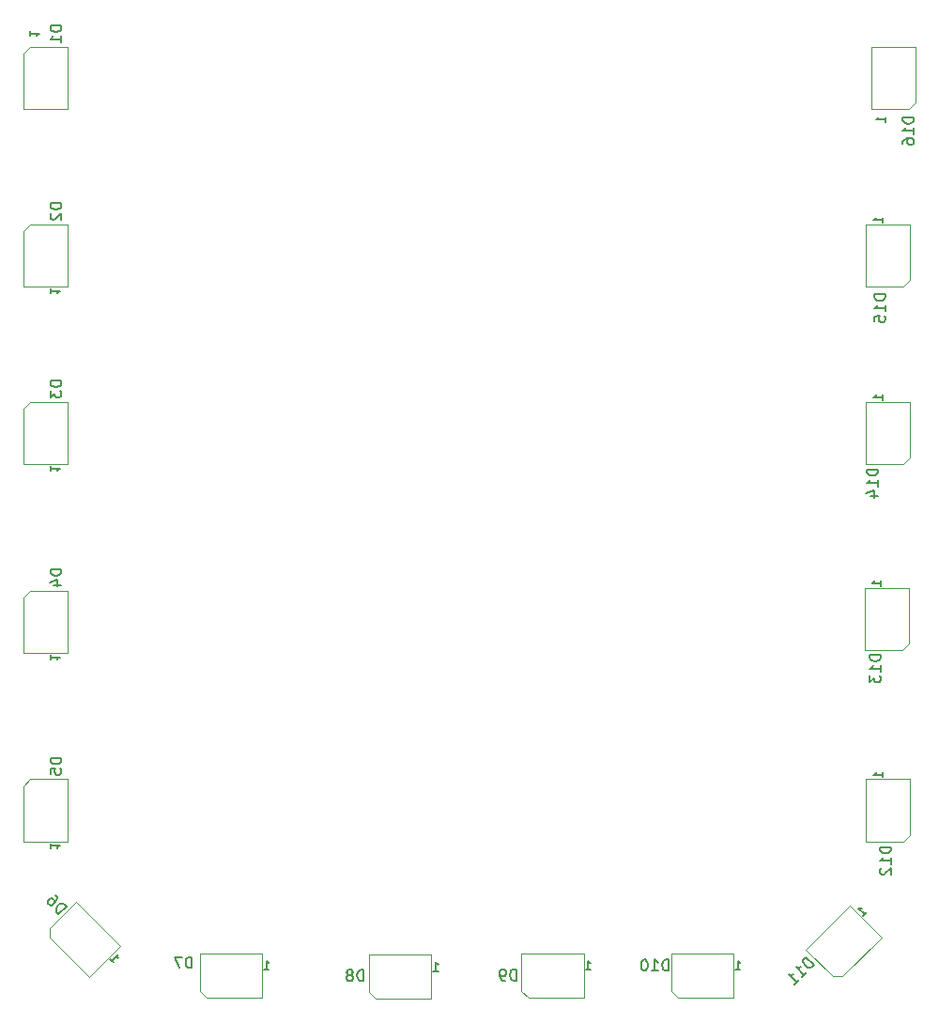
<source format=gbr>
%TF.GenerationSoftware,KiCad,Pcbnew,9.0.5*%
%TF.CreationDate,2025-11-29T17:42:32-06:00*%
%TF.ProjectId,KPad,4b506164-2e6b-4696-9361-645f70636258,rev?*%
%TF.SameCoordinates,Original*%
%TF.FileFunction,Legend,Bot*%
%TF.FilePolarity,Positive*%
%FSLAX46Y46*%
G04 Gerber Fmt 4.6, Leading zero omitted, Abs format (unit mm)*
G04 Created by KiCad (PCBNEW 9.0.5) date 2025-11-29 17:42:32*
%MOMM*%
%LPD*%
G01*
G04 APERTURE LIST*
%ADD10C,0.150000*%
%ADD11C,0.120000*%
G04 APERTURE END LIST*
D10*
X104488094Y-113329819D02*
X104488094Y-112329819D01*
X104488094Y-112329819D02*
X104249999Y-112329819D01*
X104249999Y-112329819D02*
X104107142Y-112377438D01*
X104107142Y-112377438D02*
X104011904Y-112472676D01*
X104011904Y-112472676D02*
X103964285Y-112567914D01*
X103964285Y-112567914D02*
X103916666Y-112758390D01*
X103916666Y-112758390D02*
X103916666Y-112901247D01*
X103916666Y-112901247D02*
X103964285Y-113091723D01*
X103964285Y-113091723D02*
X104011904Y-113186961D01*
X104011904Y-113186961D02*
X104107142Y-113282200D01*
X104107142Y-113282200D02*
X104249999Y-113329819D01*
X104249999Y-113329819D02*
X104488094Y-113329819D01*
X103440475Y-113329819D02*
X103249999Y-113329819D01*
X103249999Y-113329819D02*
X103154761Y-113282200D01*
X103154761Y-113282200D02*
X103107142Y-113234580D01*
X103107142Y-113234580D02*
X103011904Y-113091723D01*
X103011904Y-113091723D02*
X102964285Y-112901247D01*
X102964285Y-112901247D02*
X102964285Y-112520295D01*
X102964285Y-112520295D02*
X103011904Y-112425057D01*
X103011904Y-112425057D02*
X103059523Y-112377438D01*
X103059523Y-112377438D02*
X103154761Y-112329819D01*
X103154761Y-112329819D02*
X103345237Y-112329819D01*
X103345237Y-112329819D02*
X103440475Y-112377438D01*
X103440475Y-112377438D02*
X103488094Y-112425057D01*
X103488094Y-112425057D02*
X103535713Y-112520295D01*
X103535713Y-112520295D02*
X103535713Y-112758390D01*
X103535713Y-112758390D02*
X103488094Y-112853628D01*
X103488094Y-112853628D02*
X103440475Y-112901247D01*
X103440475Y-112901247D02*
X103345237Y-112948866D01*
X103345237Y-112948866D02*
X103154761Y-112948866D01*
X103154761Y-112948866D02*
X103059523Y-112901247D01*
X103059523Y-112901247D02*
X103011904Y-112853628D01*
X103011904Y-112853628D02*
X102964285Y-112758390D01*
X110721428Y-112362295D02*
X111178571Y-112362295D01*
X110949999Y-112362295D02*
X110949999Y-111562295D01*
X110949999Y-111562295D02*
X111026190Y-111676580D01*
X111026190Y-111676580D02*
X111102380Y-111752771D01*
X111102380Y-111752771D02*
X111178571Y-111790866D01*
X63454819Y-76261905D02*
X62454819Y-76261905D01*
X62454819Y-76261905D02*
X62454819Y-76500000D01*
X62454819Y-76500000D02*
X62502438Y-76642857D01*
X62502438Y-76642857D02*
X62597676Y-76738095D01*
X62597676Y-76738095D02*
X62692914Y-76785714D01*
X62692914Y-76785714D02*
X62883390Y-76833333D01*
X62883390Y-76833333D02*
X63026247Y-76833333D01*
X63026247Y-76833333D02*
X63216723Y-76785714D01*
X63216723Y-76785714D02*
X63311961Y-76738095D01*
X63311961Y-76738095D02*
X63407200Y-76642857D01*
X63407200Y-76642857D02*
X63454819Y-76500000D01*
X63454819Y-76500000D02*
X63454819Y-76261905D01*
X62788152Y-77690476D02*
X63454819Y-77690476D01*
X62407200Y-77452381D02*
X63121485Y-77214286D01*
X63121485Y-77214286D02*
X63121485Y-77833333D01*
X62512704Y-83971428D02*
X62512704Y-84428571D01*
X62512704Y-84199999D02*
X63312704Y-84199999D01*
X63312704Y-84199999D02*
X63198419Y-84276190D01*
X63198419Y-84276190D02*
X63122228Y-84352380D01*
X63122228Y-84352380D02*
X63084133Y-84428571D01*
X137767319Y-51510714D02*
X136767319Y-51510714D01*
X136767319Y-51510714D02*
X136767319Y-51748809D01*
X136767319Y-51748809D02*
X136814938Y-51891666D01*
X136814938Y-51891666D02*
X136910176Y-51986904D01*
X136910176Y-51986904D02*
X137005414Y-52034523D01*
X137005414Y-52034523D02*
X137195890Y-52082142D01*
X137195890Y-52082142D02*
X137338747Y-52082142D01*
X137338747Y-52082142D02*
X137529223Y-52034523D01*
X137529223Y-52034523D02*
X137624461Y-51986904D01*
X137624461Y-51986904D02*
X137719700Y-51891666D01*
X137719700Y-51891666D02*
X137767319Y-51748809D01*
X137767319Y-51748809D02*
X137767319Y-51510714D01*
X137767319Y-53034523D02*
X137767319Y-52463095D01*
X137767319Y-52748809D02*
X136767319Y-52748809D01*
X136767319Y-52748809D02*
X136910176Y-52653571D01*
X136910176Y-52653571D02*
X137005414Y-52558333D01*
X137005414Y-52558333D02*
X137053033Y-52463095D01*
X136767319Y-53939285D02*
X136767319Y-53463095D01*
X136767319Y-53463095D02*
X137243509Y-53415476D01*
X137243509Y-53415476D02*
X137195890Y-53463095D01*
X137195890Y-53463095D02*
X137148271Y-53558333D01*
X137148271Y-53558333D02*
X137148271Y-53796428D01*
X137148271Y-53796428D02*
X137195890Y-53891666D01*
X137195890Y-53891666D02*
X137243509Y-53939285D01*
X137243509Y-53939285D02*
X137338747Y-53986904D01*
X137338747Y-53986904D02*
X137576842Y-53986904D01*
X137576842Y-53986904D02*
X137672080Y-53939285D01*
X137672080Y-53939285D02*
X137719700Y-53891666D01*
X137719700Y-53891666D02*
X137767319Y-53796428D01*
X137767319Y-53796428D02*
X137767319Y-53558333D01*
X137767319Y-53558333D02*
X137719700Y-53463095D01*
X137719700Y-53463095D02*
X137672080Y-53415476D01*
X137487295Y-45028571D02*
X137487295Y-44571428D01*
X137487295Y-44800000D02*
X136687295Y-44800000D01*
X136687295Y-44800000D02*
X136801580Y-44723809D01*
X136801580Y-44723809D02*
X136877771Y-44647619D01*
X136877771Y-44647619D02*
X136915866Y-44571428D01*
X75238094Y-112204819D02*
X75238094Y-111204819D01*
X75238094Y-111204819D02*
X74999999Y-111204819D01*
X74999999Y-111204819D02*
X74857142Y-111252438D01*
X74857142Y-111252438D02*
X74761904Y-111347676D01*
X74761904Y-111347676D02*
X74714285Y-111442914D01*
X74714285Y-111442914D02*
X74666666Y-111633390D01*
X74666666Y-111633390D02*
X74666666Y-111776247D01*
X74666666Y-111776247D02*
X74714285Y-111966723D01*
X74714285Y-111966723D02*
X74761904Y-112061961D01*
X74761904Y-112061961D02*
X74857142Y-112157200D01*
X74857142Y-112157200D02*
X74999999Y-112204819D01*
X74999999Y-112204819D02*
X75238094Y-112204819D01*
X74333332Y-111204819D02*
X73666666Y-111204819D01*
X73666666Y-111204819D02*
X74095237Y-112204819D01*
X81721428Y-112362295D02*
X82178571Y-112362295D01*
X81949999Y-112362295D02*
X81949999Y-111562295D01*
X81949999Y-111562295D02*
X82026190Y-111676580D01*
X82026190Y-111676580D02*
X82102380Y-111752771D01*
X82102380Y-111752771D02*
X82178571Y-111790866D01*
X138267319Y-101316964D02*
X137267319Y-101316964D01*
X137267319Y-101316964D02*
X137267319Y-101555059D01*
X137267319Y-101555059D02*
X137314938Y-101697916D01*
X137314938Y-101697916D02*
X137410176Y-101793154D01*
X137410176Y-101793154D02*
X137505414Y-101840773D01*
X137505414Y-101840773D02*
X137695890Y-101888392D01*
X137695890Y-101888392D02*
X137838747Y-101888392D01*
X137838747Y-101888392D02*
X138029223Y-101840773D01*
X138029223Y-101840773D02*
X138124461Y-101793154D01*
X138124461Y-101793154D02*
X138219700Y-101697916D01*
X138219700Y-101697916D02*
X138267319Y-101555059D01*
X138267319Y-101555059D02*
X138267319Y-101316964D01*
X138267319Y-102840773D02*
X138267319Y-102269345D01*
X138267319Y-102555059D02*
X137267319Y-102555059D01*
X137267319Y-102555059D02*
X137410176Y-102459821D01*
X137410176Y-102459821D02*
X137505414Y-102364583D01*
X137505414Y-102364583D02*
X137553033Y-102269345D01*
X137362557Y-103221726D02*
X137314938Y-103269345D01*
X137314938Y-103269345D02*
X137267319Y-103364583D01*
X137267319Y-103364583D02*
X137267319Y-103602678D01*
X137267319Y-103602678D02*
X137314938Y-103697916D01*
X137314938Y-103697916D02*
X137362557Y-103745535D01*
X137362557Y-103745535D02*
X137457795Y-103793154D01*
X137457795Y-103793154D02*
X137553033Y-103793154D01*
X137553033Y-103793154D02*
X137695890Y-103745535D01*
X137695890Y-103745535D02*
X138267319Y-103174107D01*
X138267319Y-103174107D02*
X138267319Y-103793154D01*
X137487295Y-95028571D02*
X137487295Y-94571428D01*
X137487295Y-94800000D02*
X136687295Y-94800000D01*
X136687295Y-94800000D02*
X136801580Y-94723809D01*
X136801580Y-94723809D02*
X136877771Y-94647619D01*
X136877771Y-94647619D02*
X136915866Y-94571428D01*
X63454819Y-43261905D02*
X62454819Y-43261905D01*
X62454819Y-43261905D02*
X62454819Y-43500000D01*
X62454819Y-43500000D02*
X62502438Y-43642857D01*
X62502438Y-43642857D02*
X62597676Y-43738095D01*
X62597676Y-43738095D02*
X62692914Y-43785714D01*
X62692914Y-43785714D02*
X62883390Y-43833333D01*
X62883390Y-43833333D02*
X63026247Y-43833333D01*
X63026247Y-43833333D02*
X63216723Y-43785714D01*
X63216723Y-43785714D02*
X63311961Y-43738095D01*
X63311961Y-43738095D02*
X63407200Y-43642857D01*
X63407200Y-43642857D02*
X63454819Y-43500000D01*
X63454819Y-43500000D02*
X63454819Y-43261905D01*
X62550057Y-44214286D02*
X62502438Y-44261905D01*
X62502438Y-44261905D02*
X62454819Y-44357143D01*
X62454819Y-44357143D02*
X62454819Y-44595238D01*
X62454819Y-44595238D02*
X62502438Y-44690476D01*
X62502438Y-44690476D02*
X62550057Y-44738095D01*
X62550057Y-44738095D02*
X62645295Y-44785714D01*
X62645295Y-44785714D02*
X62740533Y-44785714D01*
X62740533Y-44785714D02*
X62883390Y-44738095D01*
X62883390Y-44738095D02*
X63454819Y-44166667D01*
X63454819Y-44166667D02*
X63454819Y-44785714D01*
X62512704Y-50971428D02*
X62512704Y-51428571D01*
X62512704Y-51199999D02*
X63312704Y-51199999D01*
X63312704Y-51199999D02*
X63198419Y-51276190D01*
X63198419Y-51276190D02*
X63122228Y-51352380D01*
X63122228Y-51352380D02*
X63084133Y-51428571D01*
X137067319Y-67279464D02*
X136067319Y-67279464D01*
X136067319Y-67279464D02*
X136067319Y-67517559D01*
X136067319Y-67517559D02*
X136114938Y-67660416D01*
X136114938Y-67660416D02*
X136210176Y-67755654D01*
X136210176Y-67755654D02*
X136305414Y-67803273D01*
X136305414Y-67803273D02*
X136495890Y-67850892D01*
X136495890Y-67850892D02*
X136638747Y-67850892D01*
X136638747Y-67850892D02*
X136829223Y-67803273D01*
X136829223Y-67803273D02*
X136924461Y-67755654D01*
X136924461Y-67755654D02*
X137019700Y-67660416D01*
X137019700Y-67660416D02*
X137067319Y-67517559D01*
X137067319Y-67517559D02*
X137067319Y-67279464D01*
X137067319Y-68803273D02*
X137067319Y-68231845D01*
X137067319Y-68517559D02*
X136067319Y-68517559D01*
X136067319Y-68517559D02*
X136210176Y-68422321D01*
X136210176Y-68422321D02*
X136305414Y-68327083D01*
X136305414Y-68327083D02*
X136353033Y-68231845D01*
X136400652Y-69660416D02*
X137067319Y-69660416D01*
X136019700Y-69422321D02*
X136733985Y-69184226D01*
X136733985Y-69184226D02*
X136733985Y-69803273D01*
X137487295Y-61028571D02*
X137487295Y-60571428D01*
X137487295Y-60800000D02*
X136687295Y-60800000D01*
X136687295Y-60800000D02*
X136801580Y-60723809D01*
X136801580Y-60723809D02*
X136877771Y-60647619D01*
X136877771Y-60647619D02*
X136915866Y-60571428D01*
X63454819Y-59261905D02*
X62454819Y-59261905D01*
X62454819Y-59261905D02*
X62454819Y-59500000D01*
X62454819Y-59500000D02*
X62502438Y-59642857D01*
X62502438Y-59642857D02*
X62597676Y-59738095D01*
X62597676Y-59738095D02*
X62692914Y-59785714D01*
X62692914Y-59785714D02*
X62883390Y-59833333D01*
X62883390Y-59833333D02*
X63026247Y-59833333D01*
X63026247Y-59833333D02*
X63216723Y-59785714D01*
X63216723Y-59785714D02*
X63311961Y-59738095D01*
X63311961Y-59738095D02*
X63407200Y-59642857D01*
X63407200Y-59642857D02*
X63454819Y-59500000D01*
X63454819Y-59500000D02*
X63454819Y-59261905D01*
X62454819Y-60166667D02*
X62454819Y-60785714D01*
X62454819Y-60785714D02*
X62835771Y-60452381D01*
X62835771Y-60452381D02*
X62835771Y-60595238D01*
X62835771Y-60595238D02*
X62883390Y-60690476D01*
X62883390Y-60690476D02*
X62931009Y-60738095D01*
X62931009Y-60738095D02*
X63026247Y-60785714D01*
X63026247Y-60785714D02*
X63264342Y-60785714D01*
X63264342Y-60785714D02*
X63359580Y-60738095D01*
X63359580Y-60738095D02*
X63407200Y-60690476D01*
X63407200Y-60690476D02*
X63454819Y-60595238D01*
X63454819Y-60595238D02*
X63454819Y-60309524D01*
X63454819Y-60309524D02*
X63407200Y-60214286D01*
X63407200Y-60214286D02*
X63359580Y-60166667D01*
X62512704Y-66971428D02*
X62512704Y-67428571D01*
X62512704Y-67199999D02*
X63312704Y-67199999D01*
X63312704Y-67199999D02*
X63198419Y-67276190D01*
X63198419Y-67276190D02*
X63122228Y-67352380D01*
X63122228Y-67352380D02*
X63084133Y-67428571D01*
X137342319Y-83998214D02*
X136342319Y-83998214D01*
X136342319Y-83998214D02*
X136342319Y-84236309D01*
X136342319Y-84236309D02*
X136389938Y-84379166D01*
X136389938Y-84379166D02*
X136485176Y-84474404D01*
X136485176Y-84474404D02*
X136580414Y-84522023D01*
X136580414Y-84522023D02*
X136770890Y-84569642D01*
X136770890Y-84569642D02*
X136913747Y-84569642D01*
X136913747Y-84569642D02*
X137104223Y-84522023D01*
X137104223Y-84522023D02*
X137199461Y-84474404D01*
X137199461Y-84474404D02*
X137294700Y-84379166D01*
X137294700Y-84379166D02*
X137342319Y-84236309D01*
X137342319Y-84236309D02*
X137342319Y-83998214D01*
X137342319Y-85522023D02*
X137342319Y-84950595D01*
X137342319Y-85236309D02*
X136342319Y-85236309D01*
X136342319Y-85236309D02*
X136485176Y-85141071D01*
X136485176Y-85141071D02*
X136580414Y-85045833D01*
X136580414Y-85045833D02*
X136628033Y-84950595D01*
X136342319Y-85855357D02*
X136342319Y-86474404D01*
X136342319Y-86474404D02*
X136723271Y-86141071D01*
X136723271Y-86141071D02*
X136723271Y-86283928D01*
X136723271Y-86283928D02*
X136770890Y-86379166D01*
X136770890Y-86379166D02*
X136818509Y-86426785D01*
X136818509Y-86426785D02*
X136913747Y-86474404D01*
X136913747Y-86474404D02*
X137151842Y-86474404D01*
X137151842Y-86474404D02*
X137247080Y-86426785D01*
X137247080Y-86426785D02*
X137294700Y-86379166D01*
X137294700Y-86379166D02*
X137342319Y-86283928D01*
X137342319Y-86283928D02*
X137342319Y-85998214D01*
X137342319Y-85998214D02*
X137294700Y-85902976D01*
X137294700Y-85902976D02*
X137247080Y-85855357D01*
X137362295Y-77778571D02*
X137362295Y-77321428D01*
X137362295Y-77550000D02*
X136562295Y-77550000D01*
X136562295Y-77550000D02*
X136676580Y-77473809D01*
X136676580Y-77473809D02*
X136752771Y-77397619D01*
X136752771Y-77397619D02*
X136790866Y-77321428D01*
X90707585Y-113384108D02*
X90707585Y-112384108D01*
X90707585Y-112384108D02*
X90469490Y-112384108D01*
X90469490Y-112384108D02*
X90326633Y-112431727D01*
X90326633Y-112431727D02*
X90231395Y-112526965D01*
X90231395Y-112526965D02*
X90183776Y-112622203D01*
X90183776Y-112622203D02*
X90136157Y-112812679D01*
X90136157Y-112812679D02*
X90136157Y-112955536D01*
X90136157Y-112955536D02*
X90183776Y-113146012D01*
X90183776Y-113146012D02*
X90231395Y-113241250D01*
X90231395Y-113241250D02*
X90326633Y-113336489D01*
X90326633Y-113336489D02*
X90469490Y-113384108D01*
X90469490Y-113384108D02*
X90707585Y-113384108D01*
X89564728Y-112812679D02*
X89659966Y-112765060D01*
X89659966Y-112765060D02*
X89707585Y-112717441D01*
X89707585Y-112717441D02*
X89755204Y-112622203D01*
X89755204Y-112622203D02*
X89755204Y-112574584D01*
X89755204Y-112574584D02*
X89707585Y-112479346D01*
X89707585Y-112479346D02*
X89659966Y-112431727D01*
X89659966Y-112431727D02*
X89564728Y-112384108D01*
X89564728Y-112384108D02*
X89374252Y-112384108D01*
X89374252Y-112384108D02*
X89279014Y-112431727D01*
X89279014Y-112431727D02*
X89231395Y-112479346D01*
X89231395Y-112479346D02*
X89183776Y-112574584D01*
X89183776Y-112574584D02*
X89183776Y-112622203D01*
X89183776Y-112622203D02*
X89231395Y-112717441D01*
X89231395Y-112717441D02*
X89279014Y-112765060D01*
X89279014Y-112765060D02*
X89374252Y-112812679D01*
X89374252Y-112812679D02*
X89564728Y-112812679D01*
X89564728Y-112812679D02*
X89659966Y-112860298D01*
X89659966Y-112860298D02*
X89707585Y-112907917D01*
X89707585Y-112907917D02*
X89755204Y-113003155D01*
X89755204Y-113003155D02*
X89755204Y-113193631D01*
X89755204Y-113193631D02*
X89707585Y-113288869D01*
X89707585Y-113288869D02*
X89659966Y-113336489D01*
X89659966Y-113336489D02*
X89564728Y-113384108D01*
X89564728Y-113384108D02*
X89374252Y-113384108D01*
X89374252Y-113384108D02*
X89279014Y-113336489D01*
X89279014Y-113336489D02*
X89231395Y-113288869D01*
X89231395Y-113288869D02*
X89183776Y-113193631D01*
X89183776Y-113193631D02*
X89183776Y-113003155D01*
X89183776Y-113003155D02*
X89231395Y-112907917D01*
X89231395Y-112907917D02*
X89279014Y-112860298D01*
X89279014Y-112860298D02*
X89374252Y-112812679D01*
X96971428Y-112487295D02*
X97428571Y-112487295D01*
X97199999Y-112487295D02*
X97199999Y-111687295D01*
X97199999Y-111687295D02*
X97276190Y-111801580D01*
X97276190Y-111801580D02*
X97352380Y-111877771D01*
X97352380Y-111877771D02*
X97428571Y-111915866D01*
X63200306Y-107343517D02*
X63907412Y-106636410D01*
X63907412Y-106636410D02*
X63739054Y-106468051D01*
X63739054Y-106468051D02*
X63604367Y-106400708D01*
X63604367Y-106400708D02*
X63469680Y-106400708D01*
X63469680Y-106400708D02*
X63368664Y-106434380D01*
X63368664Y-106434380D02*
X63200306Y-106535395D01*
X63200306Y-106535395D02*
X63099290Y-106636410D01*
X63099290Y-106636410D02*
X62998275Y-106804769D01*
X62998275Y-106804769D02*
X62964603Y-106905784D01*
X62964603Y-106905784D02*
X62964603Y-107040471D01*
X62964603Y-107040471D02*
X63031947Y-107175158D01*
X63031947Y-107175158D02*
X63200306Y-107343517D01*
X62897260Y-105626258D02*
X63031947Y-105760945D01*
X63031947Y-105760945D02*
X63065619Y-105861960D01*
X63065619Y-105861960D02*
X63065619Y-105929303D01*
X63065619Y-105929303D02*
X63031947Y-106097662D01*
X63031947Y-106097662D02*
X62930932Y-106266021D01*
X62930932Y-106266021D02*
X62661558Y-106535395D01*
X62661558Y-106535395D02*
X62560542Y-106569067D01*
X62560542Y-106569067D02*
X62493199Y-106569067D01*
X62493199Y-106569067D02*
X62392184Y-106535395D01*
X62392184Y-106535395D02*
X62257497Y-106400708D01*
X62257497Y-106400708D02*
X62223825Y-106299693D01*
X62223825Y-106299693D02*
X62223825Y-106232349D01*
X62223825Y-106232349D02*
X62257497Y-106131334D01*
X62257497Y-106131334D02*
X62425855Y-105962975D01*
X62425855Y-105962975D02*
X62526871Y-105929303D01*
X62526871Y-105929303D02*
X62594214Y-105929303D01*
X62594214Y-105929303D02*
X62695229Y-105962975D01*
X62695229Y-105962975D02*
X62829916Y-106097662D01*
X62829916Y-106097662D02*
X62863588Y-106198677D01*
X62863588Y-106198677D02*
X62863588Y-106266021D01*
X62863588Y-106266021D02*
X62829916Y-106367036D01*
X67844935Y-111382424D02*
X68168184Y-111705673D01*
X68006560Y-111544049D02*
X68572245Y-110978363D01*
X68572245Y-110978363D02*
X68545308Y-111113050D01*
X68545308Y-111113050D02*
X68545308Y-111220800D01*
X68545308Y-111220800D02*
X68572245Y-111301612D01*
X131291148Y-111937849D02*
X130584041Y-111230743D01*
X130584041Y-111230743D02*
X130415682Y-111399101D01*
X130415682Y-111399101D02*
X130348339Y-111533788D01*
X130348339Y-111533788D02*
X130348339Y-111668475D01*
X130348339Y-111668475D02*
X130382011Y-111769491D01*
X130382011Y-111769491D02*
X130483026Y-111937849D01*
X130483026Y-111937849D02*
X130584041Y-112038865D01*
X130584041Y-112038865D02*
X130752400Y-112139880D01*
X130752400Y-112139880D02*
X130853415Y-112173552D01*
X130853415Y-112173552D02*
X130988102Y-112173552D01*
X130988102Y-112173552D02*
X131122789Y-112106208D01*
X131122789Y-112106208D02*
X131291148Y-111937849D01*
X130213652Y-113015345D02*
X130617713Y-112611284D01*
X130415682Y-112813315D02*
X129708576Y-112106208D01*
X129708576Y-112106208D02*
X129876934Y-112139880D01*
X129876934Y-112139880D02*
X130011621Y-112139880D01*
X130011621Y-112139880D02*
X130112637Y-112106208D01*
X129540217Y-113688781D02*
X129944278Y-113284720D01*
X129742247Y-113486750D02*
X129035140Y-112779643D01*
X129035140Y-112779643D02*
X129203499Y-112813315D01*
X129203499Y-112813315D02*
X129338186Y-112813315D01*
X129338186Y-112813315D02*
X129439201Y-112779643D01*
X135738579Y-107536346D02*
X136061828Y-107213097D01*
X135900204Y-107374721D02*
X135334518Y-106809036D01*
X135334518Y-106809036D02*
X135469205Y-106835973D01*
X135469205Y-106835973D02*
X135576955Y-106835973D01*
X135576955Y-106835973D02*
X135657767Y-106809036D01*
X118214285Y-112454819D02*
X118214285Y-111454819D01*
X118214285Y-111454819D02*
X117976190Y-111454819D01*
X117976190Y-111454819D02*
X117833333Y-111502438D01*
X117833333Y-111502438D02*
X117738095Y-111597676D01*
X117738095Y-111597676D02*
X117690476Y-111692914D01*
X117690476Y-111692914D02*
X117642857Y-111883390D01*
X117642857Y-111883390D02*
X117642857Y-112026247D01*
X117642857Y-112026247D02*
X117690476Y-112216723D01*
X117690476Y-112216723D02*
X117738095Y-112311961D01*
X117738095Y-112311961D02*
X117833333Y-112407200D01*
X117833333Y-112407200D02*
X117976190Y-112454819D01*
X117976190Y-112454819D02*
X118214285Y-112454819D01*
X116690476Y-112454819D02*
X117261904Y-112454819D01*
X116976190Y-112454819D02*
X116976190Y-111454819D01*
X116976190Y-111454819D02*
X117071428Y-111597676D01*
X117071428Y-111597676D02*
X117166666Y-111692914D01*
X117166666Y-111692914D02*
X117261904Y-111740533D01*
X116071428Y-111454819D02*
X115976190Y-111454819D01*
X115976190Y-111454819D02*
X115880952Y-111502438D01*
X115880952Y-111502438D02*
X115833333Y-111550057D01*
X115833333Y-111550057D02*
X115785714Y-111645295D01*
X115785714Y-111645295D02*
X115738095Y-111835771D01*
X115738095Y-111835771D02*
X115738095Y-112073866D01*
X115738095Y-112073866D02*
X115785714Y-112264342D01*
X115785714Y-112264342D02*
X115833333Y-112359580D01*
X115833333Y-112359580D02*
X115880952Y-112407200D01*
X115880952Y-112407200D02*
X115976190Y-112454819D01*
X115976190Y-112454819D02*
X116071428Y-112454819D01*
X116071428Y-112454819D02*
X116166666Y-112407200D01*
X116166666Y-112407200D02*
X116214285Y-112359580D01*
X116214285Y-112359580D02*
X116261904Y-112264342D01*
X116261904Y-112264342D02*
X116309523Y-112073866D01*
X116309523Y-112073866D02*
X116309523Y-111835771D01*
X116309523Y-111835771D02*
X116261904Y-111645295D01*
X116261904Y-111645295D02*
X116214285Y-111550057D01*
X116214285Y-111550057D02*
X116166666Y-111502438D01*
X116166666Y-111502438D02*
X116071428Y-111454819D01*
X124221428Y-112362295D02*
X124678571Y-112362295D01*
X124449999Y-112362295D02*
X124449999Y-111562295D01*
X124449999Y-111562295D02*
X124526190Y-111676580D01*
X124526190Y-111676580D02*
X124602380Y-111752771D01*
X124602380Y-111752771D02*
X124678571Y-111790866D01*
X63454819Y-27261905D02*
X62454819Y-27261905D01*
X62454819Y-27261905D02*
X62454819Y-27500000D01*
X62454819Y-27500000D02*
X62502438Y-27642857D01*
X62502438Y-27642857D02*
X62597676Y-27738095D01*
X62597676Y-27738095D02*
X62692914Y-27785714D01*
X62692914Y-27785714D02*
X62883390Y-27833333D01*
X62883390Y-27833333D02*
X63026247Y-27833333D01*
X63026247Y-27833333D02*
X63216723Y-27785714D01*
X63216723Y-27785714D02*
X63311961Y-27738095D01*
X63311961Y-27738095D02*
X63407200Y-27642857D01*
X63407200Y-27642857D02*
X63454819Y-27500000D01*
X63454819Y-27500000D02*
X63454819Y-27261905D01*
X63454819Y-28785714D02*
X63454819Y-28214286D01*
X63454819Y-28500000D02*
X62454819Y-28500000D01*
X62454819Y-28500000D02*
X62597676Y-28404762D01*
X62597676Y-28404762D02*
X62692914Y-28309524D01*
X62692914Y-28309524D02*
X62740533Y-28214286D01*
X60637704Y-27771428D02*
X60637704Y-28228571D01*
X60637704Y-27999999D02*
X61437704Y-27999999D01*
X61437704Y-27999999D02*
X61323419Y-28076190D01*
X61323419Y-28076190D02*
X61247228Y-28152380D01*
X61247228Y-28152380D02*
X61209133Y-28228571D01*
X63454819Y-93261905D02*
X62454819Y-93261905D01*
X62454819Y-93261905D02*
X62454819Y-93500000D01*
X62454819Y-93500000D02*
X62502438Y-93642857D01*
X62502438Y-93642857D02*
X62597676Y-93738095D01*
X62597676Y-93738095D02*
X62692914Y-93785714D01*
X62692914Y-93785714D02*
X62883390Y-93833333D01*
X62883390Y-93833333D02*
X63026247Y-93833333D01*
X63026247Y-93833333D02*
X63216723Y-93785714D01*
X63216723Y-93785714D02*
X63311961Y-93738095D01*
X63311961Y-93738095D02*
X63407200Y-93642857D01*
X63407200Y-93642857D02*
X63454819Y-93500000D01*
X63454819Y-93500000D02*
X63454819Y-93261905D01*
X62454819Y-94738095D02*
X62454819Y-94261905D01*
X62454819Y-94261905D02*
X62931009Y-94214286D01*
X62931009Y-94214286D02*
X62883390Y-94261905D01*
X62883390Y-94261905D02*
X62835771Y-94357143D01*
X62835771Y-94357143D02*
X62835771Y-94595238D01*
X62835771Y-94595238D02*
X62883390Y-94690476D01*
X62883390Y-94690476D02*
X62931009Y-94738095D01*
X62931009Y-94738095D02*
X63026247Y-94785714D01*
X63026247Y-94785714D02*
X63264342Y-94785714D01*
X63264342Y-94785714D02*
X63359580Y-94738095D01*
X63359580Y-94738095D02*
X63407200Y-94690476D01*
X63407200Y-94690476D02*
X63454819Y-94595238D01*
X63454819Y-94595238D02*
X63454819Y-94357143D01*
X63454819Y-94357143D02*
X63407200Y-94261905D01*
X63407200Y-94261905D02*
X63359580Y-94214286D01*
X62512704Y-100971428D02*
X62512704Y-101428571D01*
X62512704Y-101199999D02*
X63312704Y-101199999D01*
X63312704Y-101199999D02*
X63198419Y-101276190D01*
X63198419Y-101276190D02*
X63122228Y-101352380D01*
X63122228Y-101352380D02*
X63084133Y-101428571D01*
X140329819Y-35535714D02*
X139329819Y-35535714D01*
X139329819Y-35535714D02*
X139329819Y-35773809D01*
X139329819Y-35773809D02*
X139377438Y-35916666D01*
X139377438Y-35916666D02*
X139472676Y-36011904D01*
X139472676Y-36011904D02*
X139567914Y-36059523D01*
X139567914Y-36059523D02*
X139758390Y-36107142D01*
X139758390Y-36107142D02*
X139901247Y-36107142D01*
X139901247Y-36107142D02*
X140091723Y-36059523D01*
X140091723Y-36059523D02*
X140186961Y-36011904D01*
X140186961Y-36011904D02*
X140282200Y-35916666D01*
X140282200Y-35916666D02*
X140329819Y-35773809D01*
X140329819Y-35773809D02*
X140329819Y-35535714D01*
X140329819Y-37059523D02*
X140329819Y-36488095D01*
X140329819Y-36773809D02*
X139329819Y-36773809D01*
X139329819Y-36773809D02*
X139472676Y-36678571D01*
X139472676Y-36678571D02*
X139567914Y-36583333D01*
X139567914Y-36583333D02*
X139615533Y-36488095D01*
X139329819Y-37916666D02*
X139329819Y-37726190D01*
X139329819Y-37726190D02*
X139377438Y-37630952D01*
X139377438Y-37630952D02*
X139425057Y-37583333D01*
X139425057Y-37583333D02*
X139567914Y-37488095D01*
X139567914Y-37488095D02*
X139758390Y-37440476D01*
X139758390Y-37440476D02*
X140139342Y-37440476D01*
X140139342Y-37440476D02*
X140234580Y-37488095D01*
X140234580Y-37488095D02*
X140282200Y-37535714D01*
X140282200Y-37535714D02*
X140329819Y-37630952D01*
X140329819Y-37630952D02*
X140329819Y-37821428D01*
X140329819Y-37821428D02*
X140282200Y-37916666D01*
X140282200Y-37916666D02*
X140234580Y-37964285D01*
X140234580Y-37964285D02*
X140139342Y-38011904D01*
X140139342Y-38011904D02*
X139901247Y-38011904D01*
X139901247Y-38011904D02*
X139806009Y-37964285D01*
X139806009Y-37964285D02*
X139758390Y-37916666D01*
X139758390Y-37916666D02*
X139710771Y-37821428D01*
X139710771Y-37821428D02*
X139710771Y-37630952D01*
X139710771Y-37630952D02*
X139758390Y-37535714D01*
X139758390Y-37535714D02*
X139806009Y-37488095D01*
X139806009Y-37488095D02*
X139901247Y-37440476D01*
X137737295Y-35978571D02*
X137737295Y-35521428D01*
X137737295Y-35750000D02*
X136937295Y-35750000D01*
X136937295Y-35750000D02*
X137051580Y-35673809D01*
X137051580Y-35673809D02*
X137127771Y-35597619D01*
X137127771Y-35597619D02*
X137165866Y-35521428D01*
D11*
%TO.C,D9*%
X104950000Y-114275000D02*
X104950000Y-110875000D01*
X104950000Y-114275000D02*
X105550000Y-114875000D01*
X110550000Y-110875000D02*
X104950000Y-110875000D01*
X110550000Y-110875000D02*
X110550000Y-114875000D01*
X110550000Y-114875000D02*
X105550000Y-114875000D01*
%TO.C,D4*%
X60000000Y-83800000D02*
X60000000Y-78800000D01*
X60600000Y-78200000D02*
X60000000Y-78800000D01*
X60600000Y-78200000D02*
X64000000Y-78200000D01*
X64000000Y-83800000D02*
X60000000Y-83800000D01*
X64000000Y-83800000D02*
X64000000Y-78200000D01*
%TO.C,D15*%
X136000000Y-45200000D02*
X136000000Y-50800000D01*
X136000000Y-45200000D02*
X140000000Y-45200000D01*
X139400000Y-50800000D02*
X136000000Y-50800000D01*
X139400000Y-50800000D02*
X140000000Y-50200000D01*
X140000000Y-45200000D02*
X140000000Y-50200000D01*
%TO.C,D7*%
X75950000Y-114275000D02*
X75950000Y-110875000D01*
X75950000Y-114275000D02*
X76550000Y-114875000D01*
X81550000Y-110875000D02*
X75950000Y-110875000D01*
X81550000Y-110875000D02*
X81550000Y-114875000D01*
X81550000Y-114875000D02*
X76550000Y-114875000D01*
%TO.C,D12*%
X136000000Y-95200000D02*
X136000000Y-100800000D01*
X136000000Y-95200000D02*
X140000000Y-95200000D01*
X139400000Y-100800000D02*
X136000000Y-100800000D01*
X139400000Y-100800000D02*
X140000000Y-100200000D01*
X140000000Y-95200000D02*
X140000000Y-100200000D01*
%TO.C,D2*%
X60000000Y-50800000D02*
X60000000Y-45800000D01*
X60600000Y-45200000D02*
X60000000Y-45800000D01*
X60600000Y-45200000D02*
X64000000Y-45200000D01*
X64000000Y-50800000D02*
X60000000Y-50800000D01*
X64000000Y-50800000D02*
X64000000Y-45200000D01*
%TO.C,D14*%
X136000000Y-61200000D02*
X136000000Y-66800000D01*
X136000000Y-61200000D02*
X140000000Y-61200000D01*
X139400000Y-66800000D02*
X136000000Y-66800000D01*
X139400000Y-66800000D02*
X140000000Y-66200000D01*
X140000000Y-61200000D02*
X140000000Y-66200000D01*
%TO.C,D3*%
X60000000Y-66800000D02*
X60000000Y-61800000D01*
X60600000Y-61200000D02*
X60000000Y-61800000D01*
X60600000Y-61200000D02*
X64000000Y-61200000D01*
X64000000Y-66800000D02*
X60000000Y-66800000D01*
X64000000Y-66800000D02*
X64000000Y-61200000D01*
%TO.C,D13*%
X135875000Y-77950000D02*
X135875000Y-83550000D01*
X135875000Y-77950000D02*
X139875000Y-77950000D01*
X139275000Y-83550000D02*
X135875000Y-83550000D01*
X139275000Y-83550000D02*
X139875000Y-82950000D01*
X139875000Y-77950000D02*
X139875000Y-82950000D01*
%TO.C,D8*%
X91200000Y-114400000D02*
X91200000Y-111000000D01*
X91200000Y-114400000D02*
X91800000Y-115000000D01*
X96800000Y-111000000D02*
X91200000Y-111000000D01*
X96800000Y-111000000D02*
X96800000Y-115000000D01*
X96800000Y-115000000D02*
X91800000Y-115000000D01*
%TO.C,D6*%
X62411434Y-108653896D02*
X62411434Y-109502424D01*
X62411434Y-108653896D02*
X64815597Y-106249732D01*
X65946967Y-113037958D02*
X62411434Y-109502424D01*
X68775395Y-110209530D02*
X64815597Y-106249732D01*
X68775395Y-110209530D02*
X65946967Y-113037958D01*
%TO.C,D11*%
X133010051Y-112969848D02*
X130605887Y-110565685D01*
X133010051Y-112969848D02*
X133858579Y-112969848D01*
X134565685Y-106605887D02*
X130605887Y-110565685D01*
X134565685Y-106605887D02*
X137394113Y-109434315D01*
X137394113Y-109434315D02*
X133858579Y-112969848D01*
%TO.C,D10*%
X118450000Y-114275000D02*
X118450000Y-110875000D01*
X118450000Y-114275000D02*
X119050000Y-114875000D01*
X124050000Y-110875000D02*
X118450000Y-110875000D01*
X124050000Y-110875000D02*
X124050000Y-114875000D01*
X124050000Y-114875000D02*
X119050000Y-114875000D01*
%TO.C,D1*%
X60000000Y-34800000D02*
X60000000Y-29800000D01*
X60600000Y-29200000D02*
X60000000Y-29800000D01*
X60600000Y-29200000D02*
X64000000Y-29200000D01*
X64000000Y-34800000D02*
X60000000Y-34800000D01*
X64000000Y-34800000D02*
X64000000Y-29200000D01*
%TO.C,D5*%
X60000000Y-100800000D02*
X60000000Y-95800000D01*
X60600000Y-95200000D02*
X60000000Y-95800000D01*
X60600000Y-95200000D02*
X64000000Y-95200000D01*
X64000000Y-100800000D02*
X60000000Y-100800000D01*
X64000000Y-100800000D02*
X64000000Y-95200000D01*
%TO.C,D16*%
X136500000Y-29200000D02*
X136500000Y-34800000D01*
X136500000Y-29200000D02*
X140500000Y-29200000D01*
X139900000Y-34800000D02*
X136500000Y-34800000D01*
X139900000Y-34800000D02*
X140500000Y-34200000D01*
X140500000Y-29200000D02*
X140500000Y-34200000D01*
%TD*%
M02*

</source>
